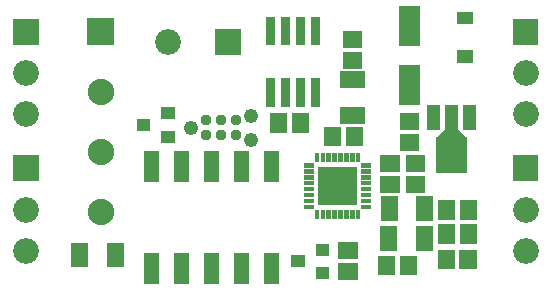
<source format=gbr>
G04 start of page 7 for group -4063 idx -4063 *
G04 Title: (unknown), componentmask *
G04 Creator: pcb 20110918 *
G04 CreationDate: Sun 01 Jun 2014 04:29:41 PM GMT UTC *
G04 For: ndholmes *
G04 Format: Gerber/RS-274X *
G04 PCB-Dimensions: 210000 95000 *
G04 PCB-Coordinate-Origin: lower left *
%MOIN*%
%FSLAX25Y25*%
%LNTOPMASK*%
%ADD61R,0.0300X0.0300*%
%ADD60C,0.0370*%
%ADD59R,0.0520X0.0520*%
%ADD58R,0.0400X0.0400*%
%ADD57R,0.0690X0.0690*%
%ADD56R,0.1005X0.1005*%
%ADD55R,0.0420X0.0420*%
%ADD54R,0.0438X0.0438*%
%ADD53R,0.0151X0.0151*%
%ADD52R,0.0572X0.0572*%
%ADD51C,0.0490*%
%ADD50C,0.0880*%
%ADD49C,0.0860*%
%ADD48C,0.0001*%
G54D48*G36*
X16873Y89245D02*Y80645D01*
X25473D01*
Y89245D01*
X16873D01*
G37*
G54D49*X21173Y71165D03*
Y57386D03*
G54D50*X46000Y65000D03*
G54D48*G36*
X16873Y43745D02*Y35145D01*
X25473D01*
Y43745D01*
X16873D01*
G37*
G54D49*X21173Y25665D03*
Y11886D03*
G54D50*X46000Y45000D03*
Y25000D03*
G54D48*G36*
X183373Y43745D02*Y35145D01*
X191973D01*
Y43745D01*
X183373D01*
G37*
G54D49*X187673Y25665D03*
Y11886D03*
G54D48*G36*
X183373Y89245D02*Y80645D01*
X191973D01*
Y89245D01*
X183373D01*
G37*
G36*
X41600Y89400D02*Y80600D01*
X50400D01*
Y89400D01*
X41600D01*
G37*
G54D49*X187673Y71165D03*
Y57386D03*
G54D48*G36*
X84200Y85800D02*Y77200D01*
X92800D01*
Y85800D01*
X84200D01*
G37*
G54D49*X68500Y81500D03*
G54D51*X76000Y53000D03*
X96000Y57000D03*
Y49000D03*
G54D52*X161457Y25893D02*Y25107D01*
X168543Y25893D02*Y25107D01*
G54D53*X133720Y26610D02*X135374D01*
X133720Y28579D02*X135374D01*
X133720Y30547D02*X135374D01*
X131890Y24780D02*Y23126D01*
G54D52*X142107Y33957D02*X142893D01*
X142190Y27181D02*Y24819D01*
X142095Y17181D02*Y14819D01*
X141457Y7393D02*Y6607D01*
X161457Y17893D02*Y17107D01*
X168543Y17893D02*Y17107D01*
G54D53*X133720Y32516D02*X135374D01*
X133720Y34484D02*X135374D01*
X133720Y36453D02*X135374D01*
G54D52*X142107Y41043D02*X142893D01*
G54D53*X133720Y38421D02*X135374D01*
X133720Y40390D02*X135374D01*
X131890Y43874D02*Y42220D01*
G54D52*X128819Y57095D02*X131181D01*
X130543Y50393D02*Y49607D01*
X123457Y50393D02*Y49607D01*
G54D54*X168906Y58405D02*Y54311D01*
G54D55*X166900Y76600D02*X168100D01*
X166900Y89500D02*X168100D01*
G54D54*X163000Y58405D02*Y46595D01*
G54D56*Y44861D02*Y42971D01*
G54D48*G36*
X164885Y52850D02*X168149Y49586D01*
X166305Y47742D01*
X163041Y51006D01*
X164885Y52850D01*
G37*
G36*
X157851Y49586D02*X161115Y52850D01*
X162959Y51006D01*
X159695Y47742D01*
X157851Y49586D01*
G37*
G54D54*X157094Y58405D02*Y54311D01*
G54D57*X149000Y89992D02*Y83693D01*
Y70307D02*Y64008D01*
G54D52*X148607Y55043D02*X149393D01*
X148607Y47957D02*X149393D01*
X150607Y33957D02*X151393D01*
X154000Y27181D02*Y24819D01*
X153905Y17181D02*Y14819D01*
X150607Y41043D02*X151393D01*
X161414Y9393D02*Y8607D01*
X168500Y9393D02*Y8607D01*
X148543Y7393D02*Y6607D01*
X39095Y11681D02*Y9319D01*
X50905Y11681D02*Y9319D01*
G54D53*X129921Y43874D02*Y42220D01*
X127953Y43874D02*Y42220D01*
X125984Y43874D02*Y42220D01*
X124016Y43874D02*Y42220D01*
X122047Y43874D02*Y42220D01*
X120079Y43874D02*Y42220D01*
X118110Y43874D02*Y42220D01*
X114626Y40390D02*X116280D01*
X114626Y38421D02*X116280D01*
X114626Y36453D02*X116280D01*
X114626Y34484D02*X116280D01*
X114626Y32516D02*X116280D01*
X114626Y30547D02*X116280D01*
X114626Y28579D02*X116280D01*
X114626Y26610D02*X116280D01*
X118110Y24780D02*Y23126D01*
X120079Y24780D02*Y23126D01*
X122047Y24780D02*Y23126D01*
X124016Y24780D02*Y23126D01*
X125984Y24780D02*Y23126D01*
X127953Y24780D02*Y23126D01*
X129921Y24780D02*Y23126D01*
G54D48*G36*
X118597Y39902D02*Y27098D01*
X131402D01*
Y39902D01*
X118597D01*
G37*
G36*
Y27098D01*
X131402D01*
Y39902D01*
X118597D01*
G37*
G54D58*X119700Y4500D02*X120300D01*
X119700Y12300D02*X120300D01*
X111500Y8400D02*X112100D01*
G54D52*X128107Y12043D02*X128893D01*
X128107Y4957D02*X128893D01*
G54D59*X63000Y8650D02*Y3450D01*
X73000Y8650D02*Y3450D01*
X83000Y8650D02*Y3450D01*
X93000Y8650D02*Y3450D01*
X103000Y8650D02*Y3450D01*
G54D58*X68200Y50000D02*X68800D01*
X60000Y53900D02*X60600D01*
G54D59*X63000Y42550D02*Y37350D01*
X73000Y42550D02*Y37350D01*
G54D58*X68200Y57800D02*X68800D01*
G54D60*X81000Y50500D03*
Y55500D03*
X86000Y50500D03*
Y55500D03*
G54D52*X129607Y75414D02*X130393D01*
X129607Y82500D02*X130393D01*
X128819Y68905D02*X131181D01*
G54D61*X117500Y68000D02*Y61500D01*
Y88500D02*Y82000D01*
X112500Y88500D02*Y82000D01*
X107500Y88500D02*Y82000D01*
X102500Y88500D02*Y82000D01*
G54D59*X83000Y42550D02*Y37350D01*
X93000Y42550D02*Y37350D01*
X103000Y42550D02*Y37350D01*
G54D61*X102500Y68000D02*Y61500D01*
X107500Y68000D02*Y61500D01*
X112500Y68000D02*Y61500D01*
G54D52*X105457Y54893D02*Y54107D01*
X112543Y54893D02*Y54107D01*
G54D60*X91000Y50500D03*
Y55500D03*
M02*

</source>
